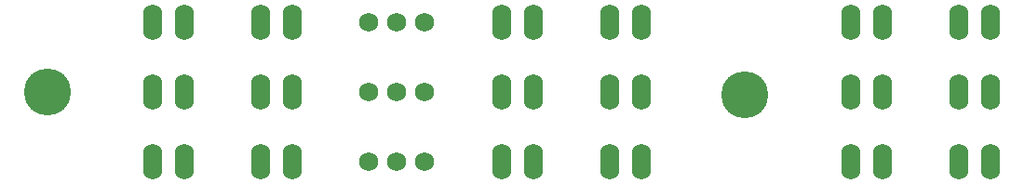
<source format=gts>
G04 Layer_Color=8388736*
%FSLAX24Y24*%
%MOIN*%
G70*
G01*
G75*
%ADD16O,0.0680X0.1280*%
%ADD17C,0.0680*%
%ADD18C,0.1680*%
D16*
X55750Y22500D02*
D03*
X54625D02*
D03*
X50750D02*
D03*
X51875D02*
D03*
Y25000D02*
D03*
X50750D02*
D03*
X54625D02*
D03*
X55750D02*
D03*
Y27500D02*
D03*
X54625D02*
D03*
X50750D02*
D03*
X51875D02*
D03*
X43250Y22500D02*
D03*
X42125D02*
D03*
X38250D02*
D03*
X39375D02*
D03*
Y25000D02*
D03*
X38250D02*
D03*
X42125D02*
D03*
X43250D02*
D03*
Y27500D02*
D03*
X42125D02*
D03*
X38250D02*
D03*
X39375D02*
D03*
X30750Y22500D02*
D03*
X29625D02*
D03*
X25750D02*
D03*
X26875D02*
D03*
Y25000D02*
D03*
X25750D02*
D03*
X29625D02*
D03*
X30750D02*
D03*
Y27500D02*
D03*
X29625D02*
D03*
X25750D02*
D03*
X26875D02*
D03*
D17*
X35500Y22500D02*
D03*
X33500D02*
D03*
X34500D02*
D03*
X35500Y25000D02*
D03*
X33500D02*
D03*
X34500D02*
D03*
X35500Y27500D02*
D03*
X33500D02*
D03*
X34500D02*
D03*
D18*
X22000Y25000D02*
D03*
X46950Y24900D02*
D03*
M02*

</source>
